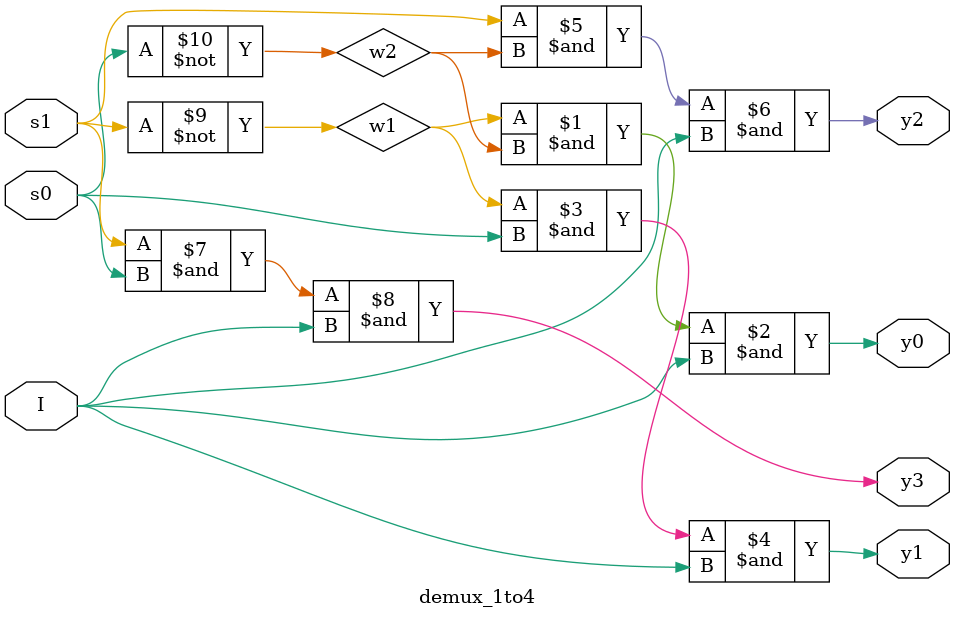
<source format=v>
`timescale 1ns / 1ps


module demux_1to4(I,s1,s0,y0,y1,y2,y3);
input s1,s0,I;
output y0,y1,y2,y3;
wire w1,w2;

not not01(w1,s1);
not not02(w2,s0);
and and01(y0,w1,w2,I);
and ando2(y1,w1,s0,I);
and and03(y2,s1,w2,I);
and and04(y3,s1,s0,I);
endmodule

</source>
